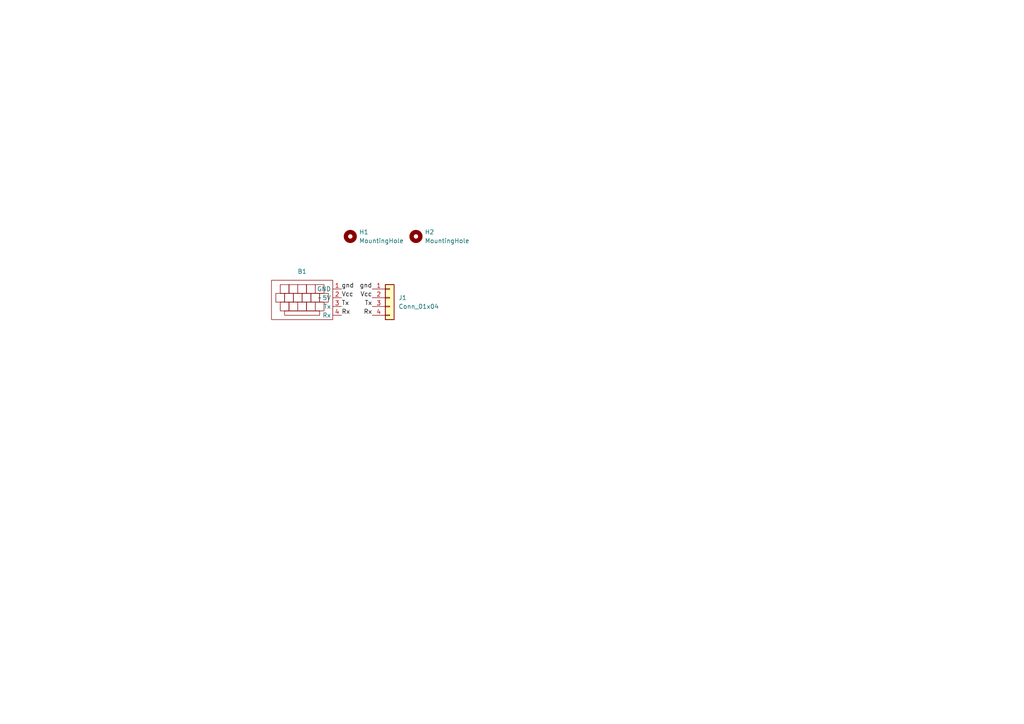
<source format=kicad_sch>
(kicad_sch (version 20230121) (generator eeschema)
  (paper "A4")
  (lib_symbols
    (symbol "Connector_Generic:Conn_01x04" (pin_names (offset 1.016) hide)
      (property "Reference" "J" (at 0 5.08 0))
      (property "Value" "Conn_01x04" (at 0 -7.62 0))
      (symbol "Conn_01x04_1_1"
        (rectangle (start -1.27 -4.953) (end 0 -5.207) (stroke (width 0.1524)))
        (rectangle (start -1.27 -2.413) (end 0 -2.667) (stroke (width 0.1524)))
        (rectangle (start -1.27 0.127) (end 0 -0.127) (stroke (width 0.1524)))
        (rectangle (start -1.27 2.667) (end 0 2.413) (stroke (width 0.1524)))
        (rectangle (start -1.27 3.81) (end 1.27 -6.35) (stroke (width 0.254)) (fill (type background)))
        (pin passive line (at -5.08 2.54 0) (length 3.81) (name "Pin_1") (number "1"))
        (pin passive line (at -5.08 0 0) (length 3.81) (name "Pin_2") (number "2"))
        (pin passive line (at -5.08 -2.54 0) (length 3.81) (name "Pin_3") (number "3"))
        (pin passive line (at -5.08 -5.08 0) (length 3.81) (name "Pin_4") (number "4"))
      )
    )
    (symbol "Mechanical:MountingHole" (pin_names (offset 1.016))
      (property "Reference" "H" (at 0 5.08 0))
      (property "Value" "MountingHole" (at 0 3.175 0))
      (symbol "MountingHole_0_1"
        (circle (center 0 0) (radius 1.27) (stroke (width 1.27)))
      )
    )
    (symbol "io-local:KB-UART-board"
      (property "Reference" "B" (at -8.89 6.35 0))
      (symbol "KB-UART-board_0_1"
        (rectangle (start -13.97 5.08) (end 3.81 -6.35))
        (rectangle (start -12.7 1.27) (end -10.16 -1.27))
        (rectangle (start -11.43 -1.27) (end -8.89 -3.81))
        (rectangle (start -11.43 3.81) (end -8.89 1.27))
        (rectangle (start -10.16 -3.81) (end 0 -5.08))
        (rectangle (start -10.16 1.27) (end -7.62 -1.27))
        (rectangle (start -8.89 -1.27) (end -6.35 -3.81))
        (rectangle (start -8.89 3.81) (end -6.35 1.27))
        (rectangle (start -7.62 1.27) (end -5.08 -1.27))
        (rectangle (start -6.35 -1.27) (end -3.81 -3.81))
        (rectangle (start -6.35 3.81) (end -3.81 1.27))
        (rectangle (start -5.08 1.27) (end -2.54 -1.27))
        (rectangle (start -3.81 -1.27) (end -1.27 -3.81))
        (rectangle (start -3.81 3.81) (end -1.27 1.27))
        (rectangle (start -2.54 1.27) (end 0 -1.27))
        (rectangle (start -1.27 -1.27) (end 1.27 -3.81))
        (rectangle (start -1.27 3.81) (end 1.27 1.27))
        (rectangle (start 0 1.27) (end 2.54 -1.27))
      )
      (symbol "KB-UART-board_1_1"
        (pin power_in line (at 6.35 2.54 180) (length 2.54) (name "GND") (number "1"))
        (pin power_in line (at 6.35 0 180) (length 2.54) (name "5V") (number "2"))
        (pin output line (at 6.35 -2.54 180) (length 2.54) (name "Tx") (number "3"))
        (pin input line (at 6.35 -5.08 180) (length 2.54) (name "Rx") (number "4"))
      )
    )
  )
  (label "gnd" (at 99.06 83.82 0))
  (label "Vcc" (at 99.06 86.36 0))
  (label "Vcc" (at 107.95 86.36 180))
  (label "gnd" (at 107.95 83.82 180))
  (label "Rx" (at 107.95 91.44 180))
  (label "Tx" (at 107.95 88.9 180))
  (label "Rx" (at 99.06 91.44 0))
  (label "Tx" (at 99.06 88.9 0))
  (symbol (lib_id "Connector_Generic:Conn_01x04") (at 113.03 86.36 0) (unit 1)
    (property "Reference" "J1" (at 115.57 86.36 0) (effects (justify left)))
    (property "Value" "Conn_01x04" (at 115.57 88.9 0) (effects (justify left)))
    (property "Footprint" "Connector_PinHeader_2.54mm:PinHeader_1x04_P2.54mm_Horizontal" (effects hide))
  )
  (symbol (lib_id "Mechanical:MountingHole") (at 120.65 68.58 0) (unit 1)
    (property "Reference" "H2" (at 123.19 67.31 0) (effects (justify left)))
    (property "Value" "MountingHole" (at 123.19 69.85 0) (effects (justify left)))
    (property "Footprint" "MountingHole:MountingHole_2.2mm_M2_ISO7380" (effects hide))
  )
  (symbol (lib_id "Mechanical:MountingHole") (at 101.6 68.58 0) (unit 1)
    (property "Reference" "H1" (at 104.14 67.31 0) (effects (justify left)))
    (property "Value" "MountingHole" (at 104.14 69.85 0) (effects (justify left)))
    (property "Footprint" "MountingHole:MountingHole_2.2mm_M2_ISO7380" (effects hide))
  )
  (symbol (lib_id "io-local:KB-UART-board") (at 92.71 86.36 0) (unit 1)
    (property "Reference" "B1" (at 87.63 78.74 0))
    (property "Value" "~" (at 92.71 86.36 0))
    (property "Footprint" "local:USB-UART-board" (effects hide))
  )
)
</source>
